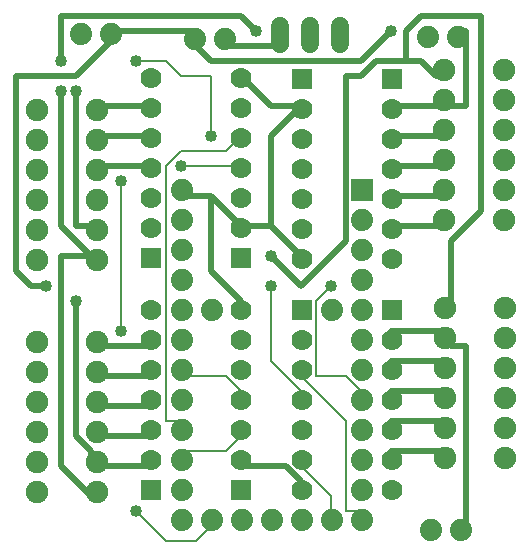
<source format=gbl>
G75*
G70*
%OFA0B0*%
%FSLAX24Y24*%
%IPPOS*%
%LPD*%
%AMOC8*
5,1,8,0,0,1.08239X$1,22.5*
%
%ADD10R,0.0700X0.0700*%
%ADD11C,0.0700*%
%ADD12C,0.0748*%
%ADD13R,0.0740X0.0740*%
%ADD14C,0.0740*%
%ADD15C,0.0600*%
%ADD16C,0.0200*%
%ADD17C,0.0400*%
%ADD18C,0.0060*%
D10*
X005815Y004577D03*
X008815Y004577D03*
X010845Y010578D03*
X008809Y012324D03*
X005809Y012324D03*
X010836Y018291D03*
X013836Y018291D03*
X013845Y010578D03*
D11*
X013845Y009578D03*
X013845Y008578D03*
X013845Y007578D03*
X013845Y006578D03*
X013845Y005578D03*
X013845Y004578D03*
X010845Y004578D03*
X010845Y005578D03*
X010845Y006578D03*
X010845Y007578D03*
X010845Y008578D03*
X010845Y009578D03*
X008815Y009577D03*
X008815Y010577D03*
X008815Y008577D03*
X008815Y007577D03*
X008815Y006577D03*
X008815Y005577D03*
X005815Y005577D03*
X005815Y006577D03*
X005815Y007577D03*
X005815Y008577D03*
X005815Y009577D03*
X005815Y010577D03*
X005809Y013324D03*
X005809Y014324D03*
X005809Y015324D03*
X005809Y016324D03*
X005809Y017324D03*
X005809Y018324D03*
X008809Y018324D03*
X008809Y017324D03*
X008809Y016324D03*
X008809Y015324D03*
X008809Y014324D03*
X008809Y013324D03*
X010836Y013291D03*
X010836Y012291D03*
X010836Y014291D03*
X010836Y015291D03*
X010836Y016291D03*
X010836Y017291D03*
X013836Y017291D03*
X013836Y016291D03*
X013836Y015291D03*
X013836Y014291D03*
X013836Y013291D03*
X013836Y012291D03*
D12*
X015568Y013576D03*
X015568Y014576D03*
X015568Y015576D03*
X015568Y016576D03*
X015568Y017576D03*
X015568Y018576D03*
X017568Y018576D03*
X017568Y017576D03*
X017568Y016576D03*
X017568Y015576D03*
X017568Y014576D03*
X017568Y013576D03*
X017604Y010662D03*
X017604Y009662D03*
X017604Y008662D03*
X017604Y007662D03*
X017604Y006662D03*
X017604Y005662D03*
X015604Y005662D03*
X015604Y006662D03*
X015604Y007662D03*
X015604Y008662D03*
X015604Y009662D03*
X015604Y010662D03*
X004008Y009524D03*
X004008Y008524D03*
X004008Y007524D03*
X004008Y006524D03*
X004008Y005524D03*
X004008Y004524D03*
X002008Y004524D03*
X002008Y005524D03*
X002008Y006524D03*
X002008Y007524D03*
X002008Y008524D03*
X002008Y009524D03*
X002015Y012252D03*
X002015Y013252D03*
X002015Y014252D03*
X002015Y015252D03*
X002015Y016252D03*
X002015Y017252D03*
X004015Y017252D03*
X004015Y016252D03*
X004015Y015252D03*
X004015Y014252D03*
X004015Y013252D03*
X004015Y012252D03*
D13*
X012841Y014576D03*
D14*
X012841Y013576D03*
X012841Y012576D03*
X012841Y011576D03*
X012841Y010576D03*
X012841Y009576D03*
X012841Y008576D03*
X012841Y007576D03*
X012841Y006576D03*
X012841Y005576D03*
X012841Y004576D03*
X012841Y003576D03*
X011841Y003576D03*
X010841Y003576D03*
X009841Y003576D03*
X008841Y003576D03*
X007841Y003576D03*
X006841Y003576D03*
X006841Y004576D03*
X006841Y005576D03*
X006841Y006576D03*
X006841Y007576D03*
X006841Y008576D03*
X006841Y009576D03*
X006841Y010576D03*
X007841Y010576D03*
X006841Y011576D03*
X006841Y012576D03*
X006841Y013576D03*
X006841Y014576D03*
X007266Y019601D03*
X008266Y019601D03*
X004485Y019791D03*
X003485Y019791D03*
X011841Y010576D03*
X015135Y003251D03*
X016135Y003251D03*
X016032Y019697D03*
X015032Y019697D03*
D15*
X012122Y019460D02*
X012122Y020060D01*
X011122Y020060D02*
X011122Y019460D01*
X010122Y019460D02*
X010122Y020060D01*
D16*
X004008Y004524D02*
X003792Y004385D01*
X002792Y005385D01*
X002792Y012385D01*
X003792Y012385D01*
X004015Y012252D01*
X003792Y012385D02*
X002792Y013385D01*
X002792Y017885D01*
X003292Y017885D02*
X003292Y013385D01*
X003792Y013385D01*
X004015Y013252D01*
X004015Y015252D02*
X004292Y015385D01*
X005792Y015385D01*
X005809Y015324D01*
X005809Y016324D02*
X005792Y016385D01*
X004292Y016385D01*
X004015Y016252D01*
X004015Y017252D02*
X004292Y017385D01*
X005792Y017385D01*
X005809Y017324D01*
X007792Y018885D02*
X007292Y019385D01*
X007266Y019601D01*
X007292Y019885D01*
X004792Y019885D01*
X004485Y019791D01*
X004792Y019885D02*
X003292Y018385D01*
X001292Y018385D01*
X001292Y011885D01*
X001792Y011385D01*
X002292Y011385D01*
X003292Y010885D02*
X003292Y006385D01*
X003792Y005885D01*
X003792Y005385D01*
X004008Y005524D01*
X004292Y005385D01*
X005792Y005385D01*
X005815Y005577D01*
X005792Y006385D02*
X005815Y006577D01*
X005792Y006385D02*
X004292Y006385D01*
X004008Y006524D01*
X004292Y007385D02*
X004008Y007524D01*
X004292Y007385D02*
X005792Y007385D01*
X005815Y007577D01*
X005792Y008385D02*
X005815Y008577D01*
X005792Y008385D02*
X004292Y008385D01*
X004008Y008524D01*
X004292Y009385D02*
X004008Y009524D01*
X004292Y009385D02*
X005792Y009385D01*
X005815Y009577D01*
X007792Y011885D02*
X007792Y014385D01*
X006792Y014385D01*
X006841Y014576D01*
X007792Y014385D02*
X008792Y013385D01*
X008809Y013324D01*
X008792Y013385D02*
X009792Y013385D01*
X009792Y016385D01*
X010792Y017385D01*
X010836Y017291D01*
X010792Y017385D02*
X009792Y017385D01*
X008792Y018385D01*
X008809Y018324D01*
X007792Y018885D02*
X012792Y018885D01*
X013792Y019885D01*
X014292Y019885D02*
X014292Y018885D01*
X013292Y018885D01*
X012792Y018385D01*
X012292Y018385D01*
X012292Y012885D01*
X010792Y011385D01*
X009792Y012385D01*
X009792Y013385D02*
X010792Y012385D01*
X010836Y012291D01*
X008792Y010885D02*
X008815Y010577D01*
X008792Y010885D02*
X007792Y011885D01*
X008815Y005577D02*
X008792Y005385D01*
X010292Y005385D01*
X010792Y004885D01*
X010845Y004578D01*
X013845Y005578D02*
X013792Y005885D01*
X015792Y005885D01*
X015604Y005662D01*
X015604Y006662D02*
X015792Y006885D01*
X013792Y006885D01*
X013845Y006578D01*
X013845Y007578D02*
X013792Y007885D01*
X015792Y007885D01*
X015604Y007662D01*
X015604Y008662D02*
X015792Y008885D01*
X013792Y008885D01*
X013845Y008578D01*
X013845Y009578D02*
X013792Y009885D01*
X015792Y009885D01*
X015604Y009662D01*
X015792Y009385D01*
X016292Y009385D01*
X016292Y003385D01*
X016135Y003251D01*
X015604Y010662D02*
X015792Y010885D01*
X015792Y012885D01*
X016792Y013885D01*
X016792Y020385D01*
X014792Y020385D01*
X014292Y019885D01*
X014292Y018885D02*
X014792Y018885D01*
X015292Y018385D01*
X015568Y018576D01*
X015568Y017576D02*
X015792Y017385D01*
X016292Y017385D01*
X016292Y019885D01*
X016032Y019697D01*
X015568Y017576D02*
X015292Y017385D01*
X013792Y017385D01*
X013836Y017291D01*
X013792Y016385D02*
X013836Y016291D01*
X013792Y016385D02*
X015292Y016385D01*
X015568Y016576D01*
X015568Y015576D02*
X015292Y015385D01*
X013792Y015385D01*
X013836Y015291D01*
X013792Y014385D02*
X013836Y014291D01*
X013792Y014385D02*
X015292Y014385D01*
X015568Y014576D01*
X015568Y013576D02*
X015292Y013385D01*
X013792Y013385D01*
X013836Y013291D01*
X010292Y019385D02*
X008292Y019385D01*
X008266Y019601D01*
X008792Y020385D02*
X009292Y019885D01*
X008792Y020385D02*
X002792Y020385D01*
X002792Y018885D01*
X010122Y019760D02*
X010292Y019385D01*
D17*
X009292Y019885D03*
X007792Y016385D03*
X006792Y015385D03*
X004792Y014885D03*
X003292Y017885D03*
X002792Y017885D03*
X002792Y018885D03*
X005292Y018885D03*
X009792Y012385D03*
X009792Y011385D03*
X011792Y011385D03*
X005292Y003885D03*
X004792Y009885D03*
X003292Y010885D03*
X002292Y011385D03*
X013792Y019885D03*
D18*
X008792Y016385D02*
X008809Y016324D01*
X008792Y016385D02*
X008292Y015885D01*
X006792Y015885D01*
X006292Y015385D01*
X006292Y006885D01*
X006792Y006885D01*
X006841Y006576D01*
X006792Y005885D02*
X006841Y005576D01*
X006792Y005885D02*
X008292Y005885D01*
X008792Y006385D01*
X008815Y006577D01*
X008815Y007577D02*
X008792Y007885D01*
X008292Y008385D01*
X006792Y008385D01*
X006841Y008576D01*
X004792Y009885D02*
X004792Y014885D01*
X006792Y015385D02*
X008792Y015385D01*
X008809Y015324D01*
X007792Y016385D02*
X007792Y018385D01*
X006792Y018385D01*
X006292Y018885D01*
X005292Y018885D01*
X009792Y011385D02*
X009792Y008885D01*
X010792Y007885D01*
X010845Y007578D01*
X010792Y008385D02*
X010845Y008578D01*
X010792Y008385D02*
X012292Y006885D01*
X012292Y003885D01*
X012792Y003885D01*
X012841Y003576D01*
X011841Y003576D02*
X011792Y003885D01*
X011792Y004385D01*
X010792Y005385D01*
X010845Y005578D01*
X012841Y007576D02*
X012792Y007885D01*
X012292Y008385D01*
X011292Y008385D01*
X011292Y010885D01*
X011792Y011385D01*
X005292Y003885D02*
X006292Y002885D01*
X007292Y002885D01*
X007792Y003385D01*
X007841Y003576D01*
M02*

</source>
